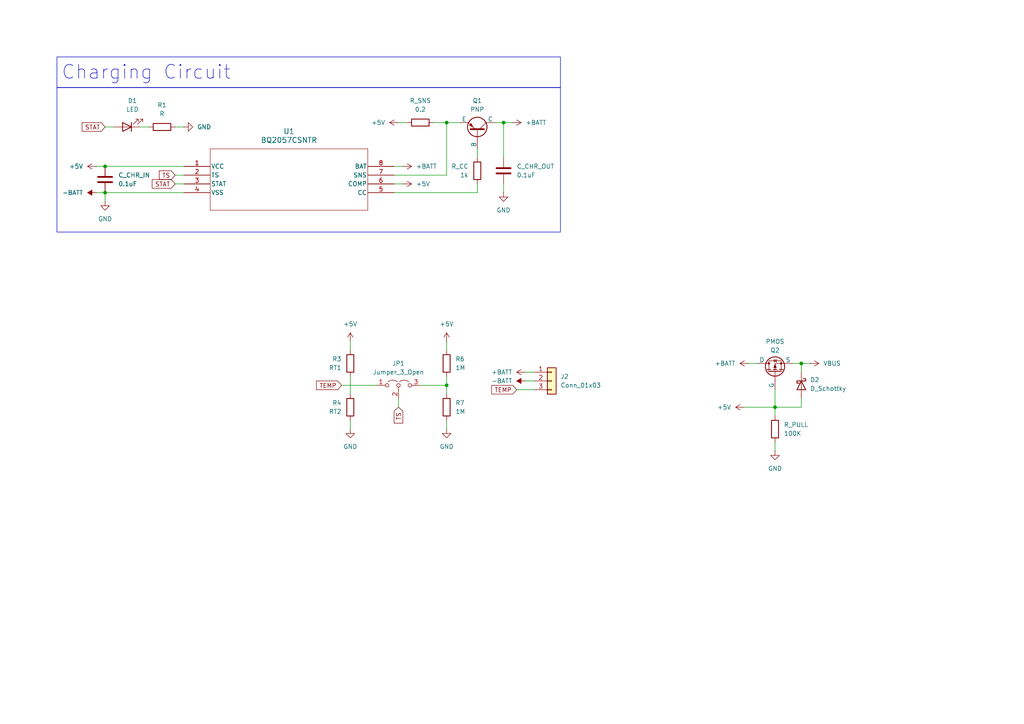
<source format=kicad_sch>
(kicad_sch (version 20250114) (generator "eeschema") (generator_version "9.0")
  (paper "A4")
  (lib_symbols
    (symbol "BQ2057CSNTR:BQ2057CSNTR" (pin_names (offset 0.254))
      (property "Reference" "U" (at 30.48 10.16 0))
      (property "Value" "BQ2057CSNTR" (at 30.48 7.62 0))
      (symbol "BQ2057CSNTR_0_1"
        (polyline (pts (xy 7.62 5.08) (xy 7.62 -12.7)) (stroke (width 0.127)))
        (polyline (pts (xy 7.62 -12.7) (xy 53.34 -12.7)) (stroke (width 0.127)))
        (polyline (pts (xy 53.34 5.08) (xy 7.62 5.08)) (stroke (width 0.127)))
        (polyline (pts (xy 53.34 -12.7) (xy 53.34 5.08)) (stroke (width 0.127)))
        (pin power_in line (at 0 0 0) (length 7.62) (name "VCC") (number "1"))
        (pin input line (at 0 -2.54 0) (length 7.62) (name "TS") (number "2"))
        (pin output line (at 0 -5.08 0) (length 7.62) (name "STAT") (number "3"))
        (pin power_in line (at 0 -7.62 0) (length 7.62) (name "VSS") (number "4"))
        (pin input line (at 60.96 0 180) (length 7.62) (name "BAT") (number "8"))
        (pin input line (at 60.96 -2.54 180) (length 7.62) (name "SNS") (number "7"))
        (pin input line (at 60.96 -5.08 180) (length 7.62) (name "COMP") (number "6"))
        (pin output line (at 60.96 -7.62 180) (length 7.62) (name "CC") (number "5"))
      )
    )
    (symbol "Connector_Generic:Conn_01x03" (pin_names (offset 1.016) (hide yes))
      (property "Reference" "J" (at 0 5.08 0))
      (property "Value" "Conn_01x03" (at 0 -5.08 0))
      (symbol "Conn_01x03_1_1"
        (rectangle (start -1.27 3.81) (end 1.27 -3.81) (stroke (width 0.254)) (fill (type background)))
        (rectangle (start -1.27 2.667) (end 0 2.413) (stroke (width 0.1524)))
        (rectangle (start -1.27 0.127) (end 0 -0.127) (stroke (width 0.1524)))
        (rectangle (start -1.27 -2.413) (end 0 -2.667) (stroke (width 0.1524)))
        (pin passive line (at -5.08 2.54 0) (length 3.81) (name "Pin_1") (number "1"))
        (pin passive line (at -5.08 0 0) (length 3.81) (name "Pin_2") (number "2"))
        (pin passive line (at -5.08 -2.54 0) (length 3.81) (name "Pin_3") (number "3"))
      )
    )
    (symbol "Device:C" (pin_numbers (hide yes)) (pin_names (offset 0.254))
      (property "Reference" "C" (at 0.635 2.54 0))
      (property "Value" "C" (at 0.635 -2.54 0))
      (symbol "C_0_1"
        (polyline (pts (xy -2.032 0.762) (xy 2.032 0.762)) (stroke (width 0.508)))
        (polyline (pts (xy -2.032 -0.762) (xy 2.032 -0.762)) (stroke (width 0.508)))
      )
      (symbol "C_1_1"
        (pin passive line (at 0 3.81 270) (length 2.794) (name "~") (number "1"))
        (pin passive line (at 0 -3.81 90) (length 2.794) (name "~") (number "2"))
      )
    )
    (symbol "Device:D_Schottky" (pin_numbers (hide yes)) (pin_names (offset 1.016) (hide yes))
      (property "Reference" "D" (at 0 2.54 0))
      (property "Value" "D_Schottky" (at 0 -2.54 0))
      (symbol "D_Schottky_0_1"
        (polyline (pts (xy -1.905 0.635) (xy -1.905 1.27) (xy -1.27 1.27) (xy -1.27 -1.27) (xy -0.635 -1.27) (xy -0.635 -0.635)) (stroke (width 0.254)))
        (polyline (pts (xy 1.27 1.27) (xy 1.27 -1.27) (xy -1.27 0) (xy 1.27 1.27)) (stroke (width 0.254)))
        (polyline (pts (xy 1.27 0) (xy -1.27 0)))
      )
      (symbol "D_Schottky_1_1"
        (pin passive line (at -3.81 0 0) (length 2.54) (name "K") (number "1"))
        (pin passive line (at 3.81 0 180) (length 2.54) (name "A") (number "2"))
      )
    )
    (symbol "Device:LED" (pin_numbers (hide yes)) (pin_names (offset 1.016) (hide yes))
      (property "Reference" "D" (at 0 2.54 0))
      (property "Value" "LED" (at 0 -2.54 0))
      (symbol "LED_0_1"
        (polyline (pts (xy -3.048 -0.762) (xy -4.572 -2.286) (xy -3.81 -2.286) (xy -4.572 -2.286) (xy -4.572 -1.524)))
        (polyline (pts (xy -1.778 -0.762) (xy -3.302 -2.286) (xy -2.54 -2.286) (xy -3.302 -2.286) (xy -3.302 -1.524)))
        (polyline (pts (xy -1.27 0) (xy 1.27 0)))
        (polyline (pts (xy -1.27 -1.27) (xy -1.27 1.27)) (stroke (width 0.254)))
        (polyline (pts (xy 1.27 -1.27) (xy 1.27 1.27) (xy -1.27 0) (xy 1.27 -1.27)) (stroke (width 0.254)))
      )
      (symbol "LED_1_1"
        (pin passive line (at -3.81 0 0) (length 2.54) (name "K") (number "1"))
        (pin passive line (at 3.81 0 180) (length 2.54) (name "A") (number "2"))
      )
    )
    (symbol "Device:R" (pin_numbers (hide yes)) (pin_names (offset 0))
      (property "Reference" "R" (at 2.032 0 90))
      (property "Value" "R" (at 0 0 90))
      (symbol "R_0_1"
        (rectangle (start -1.016 -2.54) (end 1.016 2.54) (stroke (width 0.254)))
      )
      (symbol "R_1_1"
        (pin passive line (at 0 3.81 270) (length 1.27) (name "~") (number "1"))
        (pin passive line (at 0 -3.81 90) (length 1.27) (name "~") (number "2"))
      )
    )
    (symbol "Jumper:Jumper_3_Open" (pin_names (offset 0) (hide yes)) (in_bom no)
      (property "Reference" "JP" (at -2.54 -2.54 0))
      (property "Value" "Jumper_3_Open" (at 0 2.794 0))
      (symbol "Jumper_3_Open_0_0"
        (circle (center -3.302 0) (radius 0.508))
        (circle (center 0 0) (radius 0.508))
        (circle (center 3.302 0) (radius 0.508))
      )
      (symbol "Jumper_3_Open_0_1"
        (arc (start -3.048 1.016) (mid -1.651 1.4992) (end -0.254 1.016))
        (polyline (pts (xy 0 -0.508) (xy 0 -1.27)))
        (arc (start 0.254 1.016) (mid 1.651 1.4992) (end 3.048 1.016))
      )
      (symbol "Jumper_3_Open_1_1"
        (pin passive line (at -6.35 0 0) (length 2.54) (name "A") (number "1"))
        (pin passive line (at 0 -3.81 90) (length 2.54) (name "C") (number "2"))
        (pin passive line (at 6.35 0 180) (length 2.54) (name "B") (number "3"))
      )
    )
    (symbol "Simulation_SPICE:PMOS" (pin_numbers (hide yes)) (pin_names (offset 0))
      (property "Reference" "Q" (at 5.08 1.27 0))
      (property "Value" "PMOS" (at 5.08 -1.27 0))
      (symbol "PMOS_0_1"
        (polyline (pts (xy 0.254 1.905) (xy 0.254 -1.905)) (stroke (width 0.254)))
        (polyline (pts (xy 0.254 0) (xy -2.54 0)))
        (polyline (pts (xy 0.762 2.286) (xy 0.762 1.27)) (stroke (width 0.254)))
        (polyline (pts (xy 0.762 1.778) (xy 3.302 1.778) (xy 3.302 -1.778) (xy 0.762 -1.778)))
        (polyline (pts (xy 0.762 0.508) (xy 0.762 -0.508)) (stroke (width 0.254)))
        (polyline (pts (xy 0.762 -1.27) (xy 0.762 -2.286)) (stroke (width 0.254)))
        (circle (center 1.651 0) (radius 2.794) (stroke (width 0.254)))
        (polyline (pts (xy 2.286 0) (xy 1.27 0.381) (xy 1.27 -0.381) (xy 2.286 0)) (fill (type outline)))
        (polyline (pts (xy 2.54 2.54) (xy 2.54 1.778)))
        (circle (center 2.54 1.778) (radius 0.254) (fill (type outline)))
        (circle (center 2.54 -1.778) (radius 0.254) (fill (type outline)))
        (polyline (pts (xy 2.54 -2.54) (xy 2.54 0) (xy 0.762 0)))
        (polyline (pts (xy 2.794 -0.508) (xy 2.921 -0.381) (xy 3.683 -0.381) (xy 3.81 -0.254)))
        (polyline (pts (xy 3.302 -0.381) (xy 2.921 0.254) (xy 3.683 0.254) (xy 3.302 -0.381)))
      )
      (symbol "PMOS_1_1"
        (pin input line (at -5.08 0 0) (length 2.54) (name "G") (number "2"))
        (pin passive line (at 2.54 5.08 270) (length 2.54) (name "D") (number "1"))
        (pin passive line (at 2.54 -5.08 90) (length 2.54) (name "S") (number "3"))
      )
    )
    (symbol "Simulation_SPICE:PNP" (pin_numbers (hide yes)) (pin_names (offset 0))
      (property "Reference" "Q" (at -2.54 7.62 0))
      (property "Value" "PNP" (at -2.54 5.08 0))
      (symbol "PNP_0_1"
        (polyline (pts (xy -2.54 0) (xy 0.635 0)) (stroke (width 0.1524)))
        (polyline (pts (xy 0.635 1.905) (xy 0.635 -1.905) (xy 0.635 -1.905)) (stroke (width 0.508)))
        (polyline (pts (xy 0.635 0.635) (xy 2.54 2.54)))
        (polyline (pts (xy 0.635 -0.635) (xy 2.54 -2.54) (xy 2.54 -2.54)))
        (circle (center 1.27 0) (radius 2.8194) (stroke (width 0.254)))
        (polyline (pts (xy 2.286 -1.778) (xy 1.778 -2.286) (xy 1.27 -1.27) (xy 2.286 -1.778) (xy 2.286 -1.778)) (fill (type outline)))
      )
      (symbol "PNP_1_1"
        (pin input line (at -5.08 0 0) (length 2.54) (name "B") (number "2"))
        (pin open_collector line (at 2.54 5.08 270) (length 2.54) (name "C") (number "1"))
        (pin open_emitter line (at 2.54 -5.08 90) (length 2.54) (name "E") (number "3"))
      )
    )
    (symbol "power:+5V" (power) (pin_numbers (hide yes)) (pin_names (offset 0) (hide yes))
      (property "Value" "+5V" (at 0 3.556 0))
      (symbol "+5V_0_1"
        (polyline (pts (xy -0.762 1.27) (xy 0 2.54)))
        (polyline (pts (xy 0 2.54) (xy 0.762 1.27)))
        (polyline (pts (xy 0 0) (xy 0 2.54)))
      )
      (symbol "+5V_1_1"
        (pin power_in line (at 0 0 90) (length 0) (name "~") (number "1"))
      )
    )
    (symbol "power:+BATT" (power) (pin_numbers (hide yes)) (pin_names (offset 0) (hide yes))
      (property "Value" "+BATT" (at 0 3.556 0))
      (symbol "+BATT_0_1"
        (polyline (pts (xy -0.762 1.27) (xy 0 2.54)))
        (polyline (pts (xy 0 2.54) (xy 0.762 1.27)))
        (polyline (pts (xy 0 0) (xy 0 2.54)))
      )
      (symbol "+BATT_1_1"
        (pin power_in line (at 0 0 90) (length 0) (name "~") (number "1"))
      )
    )
    (symbol "power:-BATT" (power) (pin_numbers (hide yes)) (pin_names (offset 0) (hide yes))
      (property "Value" "-BATT" (at 0 3.556 0))
      (symbol "-BATT_0_1"
        (polyline (pts (xy 0 0) (xy 0 2.54)))
        (polyline (pts (xy 0.762 1.27) (xy -0.762 1.27) (xy 0 2.54) (xy 0.762 1.27)) (fill (type outline)))
      )
      (symbol "-BATT_1_1"
        (pin power_in line (at 0 0 90) (length 0) (name "~") (number "1"))
      )
    )
    (symbol "power:GND" (power) (pin_numbers (hide yes)) (pin_names (offset 0) (hide yes))
      (property "Value" "GND" (at 0 -3.81 0))
      (symbol "GND_0_1"
        (polyline (pts (xy 0 0) (xy 0 -1.27) (xy 1.27 -1.27) (xy 0 -2.54) (xy -1.27 -1.27) (xy 0 -1.27)))
      )
      (symbol "GND_1_1"
        (pin power_in line (at 0 0 270) (length 0) (name "~") (number "1"))
      )
    )
    (symbol "power:VBUS" (power) (pin_numbers (hide yes)) (pin_names (offset 0) (hide yes))
      (property "Value" "VBUS" (at 0 3.556 0))
      (symbol "VBUS_0_1"
        (polyline (pts (xy -0.762 1.27) (xy 0 2.54)))
        (polyline (pts (xy 0 2.54) (xy 0.762 1.27)))
        (polyline (pts (xy 0 0) (xy 0 2.54)))
      )
      (symbol "VBUS_1_1"
        (pin power_in line (at 0 0 90) (length 0) (name "~") (number "1"))
      )
    )
  )
  (rectangle (start 16.51 16.51) (end 162.56 25.4))
  (rectangle (start 16.51 25.4) (end 162.56 67.31))
  (text "Charging Circuit" (at 42.418 21.082 0) (effects (font (size 4 4))))
  (junction (at 146.05 35.56))
  (junction (at 224.79 118.11))
  (junction (at 30.48 48.26))
  (junction (at 232.41 105.41))
  (junction (at 30.48 55.88))
  (junction (at 129.54 111.76))
  (junction (at 129.54 35.56))
  (wire (pts (xy 114.3 55.88) (xy 138.43 55.88)))
  (wire (pts (xy 129.54 35.56) (xy 129.54 50.8)))
  (wire (pts (xy 115.57 115.57) (xy 115.57 118.11)))
  (wire (pts (xy 138.43 43.18) (xy 138.43 45.72)))
  (wire (pts (xy 129.54 35.56) (xy 133.35 35.56)))
  (wire (pts (xy 121.92 111.76) (xy 129.54 111.76)))
  (wire (pts (xy 101.6 121.92) (xy 101.6 124.46)))
  (wire (pts (xy 146.05 53.34) (xy 146.05 55.88)))
  (wire (pts (xy 129.54 121.92) (xy 129.54 124.46)))
  (wire (pts (xy 114.3 50.8) (xy 129.54 50.8)))
  (wire (pts (xy 224.79 128.27) (xy 224.79 130.81)))
  (wire (pts (xy 232.41 105.41) (xy 232.41 107.95)))
  (wire (pts (xy 129.54 109.22) (xy 129.54 111.76)))
  (wire (pts (xy 114.3 53.34) (xy 116.84 53.34)))
  (wire (pts (xy 143.51 35.56) (xy 146.05 35.56)))
  (wire (pts (xy 152.4 110.49) (xy 154.94 110.49)))
  (wire (pts (xy 152.4 107.95) (xy 154.94 107.95)))
  (wire (pts (xy 146.05 35.56) (xy 146.05 45.72)))
  (wire (pts (xy 30.48 55.88) (xy 53.34 55.88)))
  (wire (pts (xy 50.8 53.34) (xy 53.34 53.34)))
  (wire (pts (xy 27.94 48.26) (xy 30.48 48.26)))
  (wire (pts (xy 129.54 111.76) (xy 129.54 114.3)))
  (wire (pts (xy 224.79 118.11) (xy 232.41 118.11)))
  (wire (pts (xy 30.48 48.26) (xy 53.34 48.26)))
  (wire (pts (xy 138.43 53.34) (xy 138.43 55.88)))
  (wire (pts (xy 129.54 99.06) (xy 129.54 101.6)))
  (wire (pts (xy 229.87 105.41) (xy 232.41 105.41)))
  (wire (pts (xy 101.6 109.22) (xy 101.6 114.3)))
  (wire (pts (xy 129.54 35.56) (xy 125.73 35.56)))
  (wire (pts (xy 224.79 120.65) (xy 224.79 118.11)))
  (wire (pts (xy 224.79 118.11) (xy 224.79 113.03)))
  (wire (pts (xy 40.64 36.83) (xy 43.18 36.83)))
  (wire (pts (xy 232.41 105.41) (xy 234.95 105.41)))
  (wire (pts (xy 114.3 48.26) (xy 116.84 48.26)))
  (wire (pts (xy 101.6 99.06) (xy 101.6 101.6)))
  (wire (pts (xy 146.05 35.56) (xy 148.59 35.56)))
  (wire (pts (xy 115.57 35.56) (xy 118.11 35.56)))
  (wire (pts (xy 99.06 111.76) (xy 109.22 111.76)))
  (wire (pts (xy 217.17 105.41) (xy 219.71 105.41)))
  (wire (pts (xy 149.86 113.03) (xy 154.94 113.03)))
  (wire (pts (xy 30.48 58.42) (xy 30.48 55.88)))
  (wire (pts (xy 50.8 50.8) (xy 53.34 50.8)))
  (wire (pts (xy 215.9 118.11) (xy 224.79 118.11)))
  (wire (pts (xy 30.48 36.83) (xy 33.02 36.83)))
  (wire (pts (xy 50.8 36.83) (xy 53.34 36.83)))
  (wire (pts (xy 30.48 55.88) (xy 27.94 55.88)))
  (wire (pts (xy 232.41 118.11) (xy 232.41 115.57)))
  (global_label "STAT" (shape input) (at 30.48 36.83 180) (property "Intersheetrefs" "${INTERSHEET_REFS}" (effects (hide yes))))
  (global_label "TS" (shape input) (at 115.57 118.11 270) (property "Intersheetrefs" "${INTERSHEET_REFS}" (effects (hide yes))))
  (global_label "TEMP" (shape input) (at 99.06 111.76 180) (property "Intersheetrefs" "${INTERSHEET_REFS}" (effects (hide yes))))
  (global_label "STAT" (shape input) (at 50.8 53.34 180) (property "Intersheetrefs" "${INTERSHEET_REFS}" (effects (hide yes))))
  (global_label "TEMP" (shape input) (at 149.86 113.03 180) (property "Intersheetrefs" "${INTERSHEET_REFS}" (effects (hide yes))))
  (global_label "TS" (shape input) (at 50.8 50.8 180) (property "Intersheetrefs" "${INTERSHEET_REFS}" (effects (hide yes))))
  (symbol (lib_id "Device:R") (at 101.6 118.11 0) (mirror y) (unit 1)
    (property "Reference" "R4" (at 99.06 116.8399 0) (effects (justify left)))
    (property "Value" "RT2" (at 99.06 119.3799 0) (effects (justify left)))
    (property "Description" "Resistor" (effects (hide yes)))
  )
  (symbol (lib_id "Device:LED") (at 36.83 36.83 180) (unit 1)
    (property "Reference" "D1" (at 38.4175 29.21 0))
    (property "Value" "LED" (at 38.4175 31.75 0))
    (property "Description" "Light emitting diode" (effects (hide yes)))
    (property "Sim.Pins" "1=K 2=A" (effects (hide yes)))
  )
  (symbol (lib_id "power:GND") (at 30.48 58.42 0) (unit 1)
    (property "Reference" "#PWR02" (effects (hide yes)))
    (property "Value" "GND" (at 30.48 63.5 0))
    (property "Description" "Power symbol creates a global label with name \"GND\" , ground" (effects (hide yes)))
  )
  (symbol (lib_id "Device:R") (at 101.6 105.41 0) (mirror y) (unit 1)
    (property "Reference" "R3" (at 99.06 104.1399 0) (effects (justify left)))
    (property "Value" "RT1" (at 99.06 106.6799 0) (effects (justify left)))
    (property "Description" "Resistor" (effects (hide yes)))
  )
  (symbol (lib_id "Device:C") (at 146.05 49.53 0) (unit 1)
    (property "Reference" "C_CHR_OUT" (at 149.86 48.2599 0) (effects (justify left)))
    (property "Value" "0.1uF" (at 149.86 50.7999 0) (effects (justify left)))
    (property "Description" "Unpolarized capacitor" (effects (hide yes)))
  )
  (symbol (lib_id "power:+5V") (at 116.84 53.34 270) (unit 1)
    (property "Reference" "#PWR04" (effects (hide yes)))
    (property "Value" "+5V" (at 120.65 53.3399 90) (effects (justify left)))
    (property "Description" "Power symbol creates a global label with name \"+5V\"" (effects (hide yes)))
  )
  (symbol (lib_id "power:+5V") (at 115.57 35.56 90) (unit 1)
    (property "Reference" "#PWR011" (effects (hide yes)))
    (property "Value" "+5V" (at 111.76 35.5599 90) (effects (justify left)))
    (property "Description" "Power symbol creates a global label with name \"+5V\"" (effects (hide yes)))
  )
  (symbol (lib_id "power:VBUS") (at 234.95 105.41 270) (mirror x) (unit 1)
    (property "Reference" "#PWR013" (effects (hide yes)))
    (property "Value" "VBUS" (at 238.76 105.4101 90) (effects (justify left)))
    (property "Description" "Power symbol creates a global label with name \"VBUS\"" (effects (hide yes)))
  )
  (symbol (lib_id "power:GND") (at 146.05 55.88 0) (unit 1)
    (property "Reference" "#PWR03" (effects (hide yes)))
    (property "Value" "GND" (at 146.05 60.96 0))
    (property "Description" "Power symbol creates a global label with name \"GND\" , ground" (effects (hide yes)))
  )
  (symbol (lib_id "power:GND") (at 101.6 124.46 0) (unit 1)
    (property "Reference" "#PWR06" (effects (hide yes)))
    (property "Value" "GND" (at 101.6 129.54 0))
    (property "Description" "Power symbol creates a global label with name \"GND\" , ground" (effects (hide yes)))
  )
  (symbol (lib_id "Device:D_Schottky") (at 232.41 111.76 270) (unit 1)
    (property "Reference" "D2" (at 234.95 110.1724 90) (effects (justify left)))
    (property "Value" "D_Schottky" (at 234.95 112.7124 90) (effects (justify left)))
    (property "Description" "Schottky diode" (effects (hide yes)))
  )
  (symbol (lib_id "Device:R") (at 129.54 118.11 0) (unit 1)
    (property "Reference" "R7" (at 132.08 116.8399 0) (effects (justify left)))
    (property "Value" "1M" (at 132.08 119.3799 0) (effects (justify left)))
    (property "Description" "Resistor" (effects (hide yes)))
  )
  (symbol (lib_id "power:+5V") (at 101.6 99.06 0) (unit 1)
    (property "Reference" "#PWR05" (effects (hide yes)))
    (property "Value" "+5V" (at 101.6 93.98 0))
    (property "Description" "Power symbol creates a global label with name \"+5V\"" (effects (hide yes)))
  )
  (symbol (lib_id "power:+BATT") (at 148.59 35.56 270) (unit 1)
    (property "Reference" "#PWR015" (effects (hide yes)))
    (property "Value" "+BATT" (at 152.4 35.5599 90) (effects (justify left)))
    (property "Description" "Power symbol creates a global label with name \"+BATT\"" (effects (hide yes)))
  )
  (symbol (lib_id "Simulation_SPICE:PNP") (at 138.43 38.1 270) (mirror x) (unit 1)
    (property "Reference" "Q1" (at 138.43 29.21 90))
    (property "Value" "PNP" (at 138.43 31.75 90))
    (property "Datasheet" "https://ngspice.sourceforge.io/docs/ngspice-html-manual/manual.xhtml#cha_BJTs" (effects (hide yes)))
    (property "Description" "Bipolar transistor symbol for simulation only, substrate tied to the emitter" (effects (hide yes)))
    (property "Sim.Device" "PNP" (effects (hide yes)))
    (property "Sim.Type" "GUMMELPOON" (effects (hide yes)))
    (property "Sim.Pins" "1=C 2=B 3=E" (effects (hide yes)))
  )
  (symbol (lib_id "Device:R") (at 121.92 35.56 90) (unit 1)
    (property "Reference" "R_SNS" (at 121.92 29.21 90))
    (property "Value" "0.2" (at 121.92 31.75 90))
    (property "Description" "Resistor" (effects (hide yes)))
  )
  (symbol (lib_id "power:+BATT") (at 152.4 107.95 90) (unit 1)
    (property "Reference" "#PWR018" (effects (hide yes)))
    (property "Value" "+BATT" (at 148.59 107.9499 90) (effects (justify left)))
    (property "Description" "Power symbol creates a global label with name \"+BATT\"" (effects (hide yes)))
  )
  (symbol (lib_id "power:GND") (at 224.79 130.81 0) (mirror y) (unit 1)
    (property "Reference" "#PWR010" (effects (hide yes)))
    (property "Value" "GND" (at 224.79 135.89 0))
    (property "Description" "Power symbol creates a global label with name \"GND\" , ground" (effects (hide yes)))
  )
  (symbol (lib_id "Device:R") (at 46.99 36.83 90) (unit 1)
    (property "Reference" "R1" (at 46.99 30.48 90))
    (property "Value" "R" (at 46.99 33.02 90))
    (property "Description" "Resistor" (effects (hide yes)))
  )
  (symbol (lib_id "Jumper:Jumper_3_Open") (at 115.57 111.76 0) (unit 1) (in_bom no)
    (property "Reference" "JP1" (at 115.57 105.41 0))
    (property "Value" "Jumper_3_Open" (at 115.57 107.95 0))
    (property "Description" "Jumper, 3-pole, both open" (effects (hide yes)))
  )
  (symbol (lib_id "power:-BATT") (at 27.94 55.88 90) (unit 1)
    (property "Reference" "#PWR016" (effects (hide yes)))
    (property "Value" "-BATT" (at 24.13 55.8799 90) (effects (justify left)))
    (property "Description" "Power symbol creates a global label with name \"-BATT\"" (effects (hide yes)))
  )
  (symbol (lib_id "power:-BATT") (at 152.4 110.49 90) (unit 1)
    (property "Reference" "#PWR019" (effects (hide yes)))
    (property "Value" "-BATT" (at 148.59 110.4899 90) (effects (justify left)))
    (property "Description" "Power symbol creates a global label with name \"-BATT\"" (effects (hide yes)))
  )
  (symbol (lib_id "power:GND") (at 129.54 124.46 0) (unit 1)
    (property "Reference" "#PWR09" (effects (hide yes)))
    (property "Value" "GND" (at 129.54 129.54 0))
    (property "Description" "Power symbol creates a global label with name \"GND\" , ground" (effects (hide yes)))
  )
  (symbol (lib_id "Connector_Generic:Conn_01x03") (at 160.02 110.49 0) (unit 1)
    (property "Reference" "J2" (at 162.56 109.2199 0) (effects (justify left)))
    (property "Value" "Conn_01x03" (at 162.56 111.7599 0) (effects (justify left)))
    (property "Description" "Generic connector, single row, 01x03, script generated (kicad-library-utils/schlib/autogen/connector/)" (effects (hide yes)))
  )
  (symbol (lib_id "BQ2057CSNTR:BQ2057CSNTR") (at 53.34 48.26 0) (unit 1)
    (property "Reference" "U1" (at 83.82 38.1 0) (effects (font (size 1.524 1.524))))
    (property "Value" "BQ2057CSNTR" (at 83.82 40.64 0) (effects (font (size 1.524 1.524))))
    (property "Footprint" "D8" (effects (hide yes)))
    (property "Datasheet" "https://www.ti.com/lit/gpn/bq2057c" (effects (hide yes)))
  )
  (symbol (lib_id "Simulation_SPICE:PMOS") (at 224.79 107.95 90) (unit 1)
    (property "Reference" "Q2" (at 224.79 101.6 90))
    (property "Value" "PMOS" (at 224.79 99.06 90))
    (property "Datasheet" "https://ngspice.sourceforge.io/docs/ngspice-html-manual/manual.xhtml#cha_MOSFETs" (effects (hide yes)))
    (property "Description" "P-MOSFET transistor, drain/source/gate" (effects (hide yes)))
    (property "Sim.Device" "PMOS" (effects (hide yes)))
    (property "Sim.Type" "VDMOS" (effects (hide yes)))
    (property "Sim.Pins" "1=D 2=G 3=S" (effects (hide yes)))
  )
  (symbol (lib_id "Device:R") (at 129.54 105.41 0) (unit 1)
    (property "Reference" "R6" (at 132.08 104.1399 0) (effects (justify left)))
    (property "Value" "1M" (at 132.08 106.6799 0) (effects (justify left)))
    (property "Description" "Resistor" (effects (hide yes)))
  )
  (symbol (lib_id "power:+BATT") (at 217.17 105.41 90) (mirror x) (unit 1)
    (property "Reference" "#PWR014" (effects (hide yes)))
    (property "Value" "+BATT" (at 213.36 105.4101 90) (effects (justify left)))
    (property "Description" "Power symbol creates a global label with name \"+BATT\"" (effects (hide yes)))
  )
  (symbol (lib_id "Device:R") (at 224.79 124.46 0) (unit 1)
    (property "Reference" "R_PULL" (at 227.33 123.1899 0) (effects (justify left)))
    (property "Value" "100K" (at 227.33 125.7299 0) (effects (justify left)))
    (property "Description" "Resistor" (effects (hide yes)))
  )
  (symbol (lib_id "power:+5V") (at 27.94 48.26 90) (unit 1)
    (property "Reference" "#PWR01" (effects (hide yes)))
    (property "Value" "+5V" (at 24.13 48.2599 90) (effects (justify left)))
    (property "Description" "Power symbol creates a global label with name \"+5V\"" (effects (hide yes)))
  )
  (symbol (lib_id "power:+5V") (at 215.9 118.11 90) (mirror x) (unit 1)
    (property "Reference" "#PWR012" (effects (hide yes)))
    (property "Value" "+5V" (at 212.09 118.1101 90) (effects (justify left)))
    (property "Description" "Power symbol creates a global label with name \"+5V\"" (effects (hide yes)))
  )
  (symbol (lib_id "power:+BATT") (at 116.84 48.26 270) (unit 1)
    (property "Reference" "#PWR017" (effects (hide yes)))
    (property "Value" "+BATT" (at 120.65 48.2599 90) (effects (justify left)))
    (property "Description" "Power symbol creates a global label with name \"+BATT\"" (effects (hide yes)))
  )
  (symbol (lib_id "Device:R") (at 138.43 49.53 0) (mirror y) (unit 1)
    (property "Reference" "R_CC" (at 135.89 48.2599 0) (effects (justify left)))
    (property "Value" "1k" (at 135.89 50.7999 0) (effects (justify left)))
    (property "Description" "Resistor" (effects (hide yes)))
  )
  (symbol (lib_id "Device:C") (at 30.48 52.07 0) (unit 1)
    (property "Reference" "C_CHR_IN" (at 34.29 50.7999 0) (effects (justify left)))
    (property "Value" "0.1uF" (at 34.29 53.3399 0) (effects (justify left)))
    (property "Description" "Unpolarized capacitor" (effects (hide yes)))
  )
  (symbol (lib_id "power:GND") (at 53.34 36.83 90) (unit 1)
    (property "Reference" "#PWR07" (effects (hide yes)))
    (property "Value" "GND" (at 57.15 36.8299 90) (effects (justify right)))
    (property "Description" "Power symbol creates a global label with name \"GND\" , ground" (effects (hide yes)))
  )
  (symbol (lib_id "power:+5V") (at 129.54 99.06 0) (unit 1)
    (property "Reference" "#PWR08" (effects (hide yes)))
    (property "Value" "+5V" (at 129.54 93.98 0))
    (property "Description" "Power symbol creates a global label with name \"+5V\"" (effects (hide yes)))
  )
)
</source>
